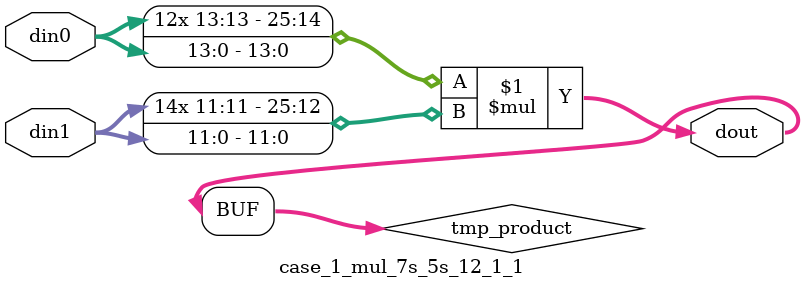
<source format=v>

`timescale 1 ns / 1 ps

 (* use_dsp = "no" *)  module case_1_mul_7s_5s_12_1_1(din0, din1, dout);
parameter ID = 1;
parameter NUM_STAGE = 0;
parameter din0_WIDTH = 14;
parameter din1_WIDTH = 12;
parameter dout_WIDTH = 26;

input [din0_WIDTH - 1 : 0] din0; 
input [din1_WIDTH - 1 : 0] din1; 
output [dout_WIDTH - 1 : 0] dout;

wire signed [dout_WIDTH - 1 : 0] tmp_product;



























assign tmp_product = $signed(din0) * $signed(din1);








assign dout = tmp_product;





















endmodule

</source>
